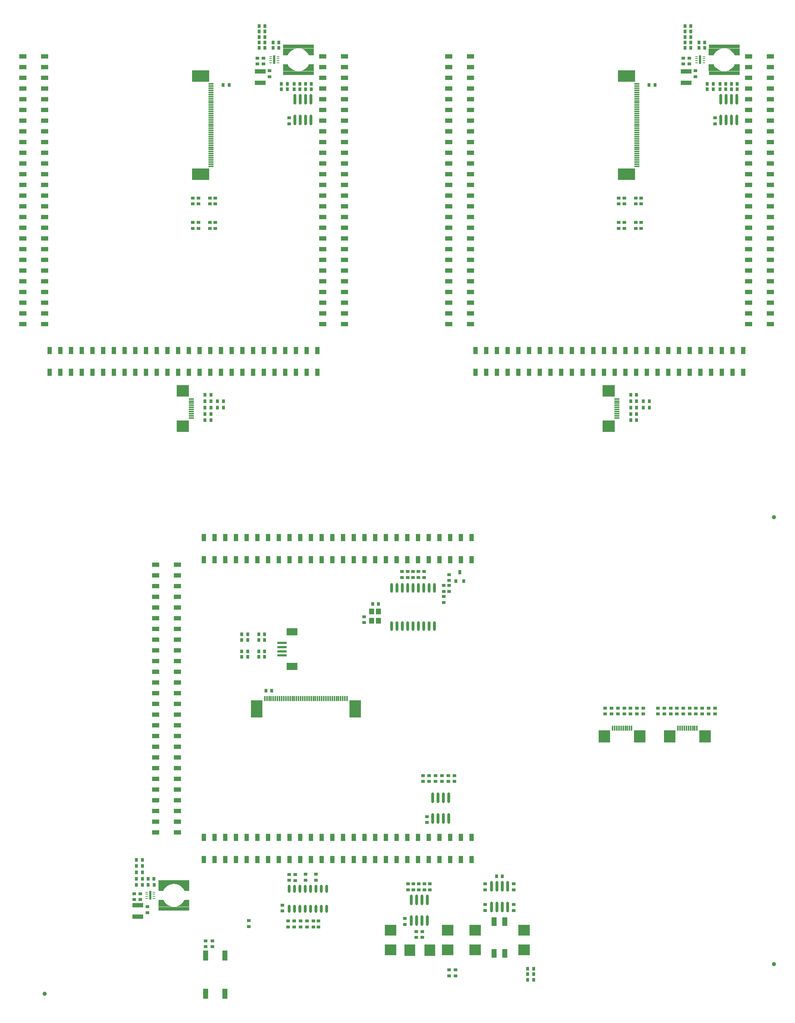
<source format=gbp>
G04 Layer_Color=128*
%FSLAX44Y44*%
%MOMM*%
G71*
G01*
G75*
%ADD10C,1.0000*%
%ADD28R,0.8000X0.9000*%
%ADD29R,1.2000X2.4000*%
%ADD30O,0.7000X2.5000*%
%ADD31O,0.6000X1.9000*%
%ADD32R,0.9000X0.8000*%
%ADD33R,7.3000X0.9500*%
%ADD34R,2.7432X2.6162*%
%ADD35R,1.2000X2.0000*%
%ADD36R,2.6162X2.7432*%
%ADD37R,2.6000X1.1000*%
G04:AMPARAMS|DCode=38|XSize=0.25mm|YSize=0.7mm|CornerRadius=0.0625mm|HoleSize=0mm|Usage=FLASHONLY|Rotation=270.000|XOffset=0mm|YOffset=0mm|HoleType=Round|Shape=RoundedRectangle|*
%AMROUNDEDRECTD38*
21,1,0.2500,0.5750,0,0,270.0*
21,1,0.1250,0.7000,0,0,270.0*
1,1,0.1250,-0.2875,-0.0625*
1,1,0.1250,-0.2875,0.0625*
1,1,0.1250,0.2875,0.0625*
1,1,0.1250,0.2875,-0.0625*
%
%ADD38ROUNDEDRECTD38*%
%ADD39R,0.5600X2.1500*%
%ADD40R,1.1498X1.3995*%
%ADD41R,0.6500X1.1000*%
%ADD42R,0.6500X0.9000*%
%ADD43R,2.2000X0.6000*%
%ADD44R,2.6000X1.8000*%
%ADD45R,1.8034X1.0160*%
%ADD46R,1.8000X1.0000*%
%ADD47R,1.0160X1.8034*%
%ADD48R,1.0000X1.8000*%
%ADD49O,0.6000X2.3000*%
%ADD50R,0.3000X1.2000*%
%ADD51R,2.7000X4.1000*%
%ADD52R,2.7000X3.0000*%
%ADD54R,3.0000X2.7000*%
%ADD55R,1.2000X0.3000*%
%ADD56R,7.3000X0.9500*%
%ADD57R,2.6000X1.1000*%
%ADD58R,4.1000X2.7000*%
G36*
X433500Y236000D02*
X397000D01*
X402000Y236500D01*
X404500Y237000D01*
X406500Y237500D01*
X409500Y239000D01*
X413000Y241000D01*
X416500Y244000D01*
X419000Y247000D01*
X420000Y248500D01*
X422000Y252500D01*
X433500D01*
Y236000D01*
D02*
G37*
G36*
X374000Y248500D02*
X375500Y246500D01*
X377500Y244000D01*
X381000Y241000D01*
X383500Y239500D01*
X385500Y238500D01*
X391500Y236500D01*
X397000Y236000D01*
X360500D01*
Y252500D01*
X372000D01*
X374000Y248500D01*
D02*
G37*
G36*
X433500Y273500D02*
X422000D01*
X420500Y276500D01*
X418500Y279500D01*
X415500Y283000D01*
X411500Y286000D01*
X406500Y288500D01*
X402500Y289500D01*
X397000Y290000D01*
X433500D01*
Y273500D01*
D02*
G37*
G36*
X392000Y289500D02*
X390000Y289000D01*
X388000Y288500D01*
X385500Y287500D01*
X383500Y286500D01*
X381000Y285000D01*
X378500Y283000D01*
X378000Y282500D01*
X376000Y280000D01*
X373500Y276500D01*
X372000Y273500D01*
X360500D01*
Y290000D01*
X397000D01*
X392000Y289500D01*
D02*
G37*
G36*
X1738500Y2272000D02*
Y2255500D01*
X1727000D01*
X1725500Y2258500D01*
X1723500Y2261500D01*
X1720500Y2265000D01*
X1716500Y2268000D01*
X1711500Y2270500D01*
X1707500Y2271500D01*
X1702000Y2272000D01*
X1738500D01*
D02*
G37*
G36*
X1707000Y2218500D02*
X1709500Y2219000D01*
X1711500Y2219500D01*
X1714500Y2221000D01*
X1718000Y2223000D01*
X1721500Y2226000D01*
X1724000Y2229000D01*
X1725000Y2230500D01*
X1727000Y2234500D01*
X1738500D01*
Y2218000D01*
X1702000D01*
X1707000Y2218500D01*
D02*
G37*
G36*
X1702000Y2272000D02*
X1697000Y2271500D01*
X1695000Y2271000D01*
X1693000Y2270500D01*
X1690500Y2269500D01*
X1688500Y2268500D01*
X1686000Y2267000D01*
X1683500Y2265000D01*
X1683000Y2264500D01*
X1681000Y2262000D01*
X1678500Y2258500D01*
X1677000Y2255500D01*
X1665500D01*
Y2272000D01*
X1702000D01*
D02*
G37*
G36*
X1677000Y2234500D02*
X1679000Y2230500D01*
X1680500Y2228500D01*
X1682500Y2226000D01*
X1686000Y2223000D01*
X1688500Y2221500D01*
X1690500Y2220500D01*
X1696500Y2218500D01*
X1702000Y2218000D01*
X1665500D01*
Y2234500D01*
X1677000D01*
D02*
G37*
G36*
X728500Y2272000D02*
Y2255500D01*
X717000D01*
X715500Y2258500D01*
X713500Y2261500D01*
X710500Y2265000D01*
X706500Y2268000D01*
X701500Y2270500D01*
X697500Y2271500D01*
X692000Y2272000D01*
X728500D01*
D02*
G37*
G36*
X697000Y2218500D02*
X699500Y2219000D01*
X701500Y2219500D01*
X704500Y2221000D01*
X708000Y2223000D01*
X711500Y2226000D01*
X714000Y2229000D01*
X715000Y2230500D01*
X717000Y2234500D01*
X728500D01*
Y2218000D01*
X692000D01*
X697000Y2218500D01*
D02*
G37*
G36*
X692000Y2272000D02*
X687000Y2271500D01*
X685000Y2271000D01*
X683000Y2270500D01*
X680500Y2269500D01*
X678500Y2268500D01*
X676000Y2267000D01*
X673500Y2265000D01*
X673000Y2264500D01*
X671000Y2262000D01*
X668500Y2258500D01*
X667000Y2255500D01*
X655500D01*
Y2272000D01*
X692000D01*
D02*
G37*
G36*
X667000Y2234500D02*
X669000Y2230500D01*
X670500Y2228500D01*
X672500Y2226000D01*
X676000Y2223000D01*
X678500Y2221500D01*
X680500Y2220500D01*
X686500Y2218500D01*
X692000Y2218000D01*
X655500D01*
Y2234500D01*
X667000D01*
D02*
G37*
D10*
X90000Y30000D02*
D03*
X1820000Y100000D02*
D03*
Y1160000D02*
D03*
D28*
X307998Y288000D02*
D03*
X321998D02*
D03*
X336002Y288000D02*
D03*
X350002D02*
D03*
X349502Y302500D02*
D03*
X335502D02*
D03*
X322002D02*
D03*
X308002D02*
D03*
Y317500D02*
D03*
X322002D02*
D03*
X321998Y332500D02*
D03*
X307998D02*
D03*
X308002Y347500D02*
D03*
X322002D02*
D03*
X614998Y748500D02*
D03*
X628998D02*
D03*
X611998Y829000D02*
D03*
Y842000D02*
D03*
Y869000D02*
D03*
Y882500D02*
D03*
X597998D02*
D03*
Y869000D02*
D03*
X571998D02*
D03*
Y882500D02*
D03*
X557998D02*
D03*
Y869000D02*
D03*
Y842000D02*
D03*
Y829000D02*
D03*
X571998D02*
D03*
Y842000D02*
D03*
X597998D02*
D03*
Y829000D02*
D03*
X867998Y954000D02*
D03*
X881998D02*
D03*
X514498Y1420000D02*
D03*
Y1435000D02*
D03*
X484502Y1450000D02*
D03*
X470502D02*
D03*
Y1435000D02*
D03*
X484502D02*
D03*
Y1420000D02*
D03*
X470502D02*
D03*
Y1405000D02*
D03*
X484502D02*
D03*
Y1390000D02*
D03*
X470502D02*
D03*
X500499Y1420000D02*
D03*
Y1435000D02*
D03*
X722999Y2175000D02*
D03*
Y2188000D02*
D03*
X646002Y2273000D02*
D03*
Y2286000D02*
D03*
X632002D02*
D03*
Y2273000D02*
D03*
X612999Y2273000D02*
D03*
X613002Y2286000D02*
D03*
Y2299000D02*
D03*
X612999Y2312000D02*
D03*
X651999Y2188000D02*
D03*
X652000Y2175000D02*
D03*
X666000D02*
D03*
X665999Y2188000D02*
D03*
X682000Y2188000D02*
D03*
X682002Y2175000D02*
D03*
X696002D02*
D03*
X708998Y2175000D02*
D03*
Y2188000D02*
D03*
X696000D02*
D03*
X598998Y2273000D02*
D03*
X599002Y2286000D02*
D03*
Y2299000D02*
D03*
X598998Y2312000D02*
D03*
X528002Y2185000D02*
D03*
X514002D02*
D03*
X612999Y2325000D02*
D03*
X598998D02*
D03*
X1480502Y1435000D02*
D03*
X1494502D02*
D03*
Y1420000D02*
D03*
X1480502D02*
D03*
Y1405000D02*
D03*
X1494502D02*
D03*
Y1390000D02*
D03*
X1480502D02*
D03*
X1510499Y1420000D02*
D03*
X1524498D02*
D03*
Y1435000D02*
D03*
X1510499D02*
D03*
X1494502Y1450000D02*
D03*
X1480502D02*
D03*
X1706002Y2175000D02*
D03*
X1718999Y2175000D02*
D03*
Y2188000D02*
D03*
X1706000D02*
D03*
X1732999D02*
D03*
Y2175000D02*
D03*
X1656002Y2273000D02*
D03*
Y2286000D02*
D03*
X1642002D02*
D03*
Y2273000D02*
D03*
X1622999Y2273000D02*
D03*
X1623002Y2286000D02*
D03*
Y2299000D02*
D03*
X1622999Y2312000D02*
D03*
X1608999D02*
D03*
X1609002Y2299000D02*
D03*
Y2286000D02*
D03*
X1608999Y2273000D02*
D03*
X1661998Y2188000D02*
D03*
X1662000Y2175000D02*
D03*
X1676000D02*
D03*
X1675999Y2188000D02*
D03*
X1692000Y2188000D02*
D03*
X1692002Y2175000D02*
D03*
X1538002Y2185000D02*
D03*
X1524002D02*
D03*
X1608999Y2325000D02*
D03*
X1622999D02*
D03*
X1176002Y308000D02*
D03*
X1162002D02*
D03*
X1236002Y89000D02*
D03*
Y76000D02*
D03*
Y63000D02*
D03*
X1250002D02*
D03*
Y76000D02*
D03*
Y89000D02*
D03*
D29*
X472500Y30000D02*
D03*
X517500D02*
D03*
Y120000D02*
D03*
X472500D02*
D03*
D30*
X959950Y203500D02*
D03*
X972650D02*
D03*
X985350D02*
D03*
X998050D02*
D03*
X1149950Y235500D02*
D03*
X1162650D02*
D03*
X1175350D02*
D03*
X1188050D02*
D03*
Y284500D02*
D03*
X1175350D02*
D03*
X1162650D02*
D03*
X1049046Y445503D02*
D03*
X1149950Y284500D02*
D03*
X1036346Y445503D02*
D03*
X1023646D02*
D03*
X1010946D02*
D03*
X998050Y252500D02*
D03*
X985350D02*
D03*
X972650D02*
D03*
X959950D02*
D03*
X1049046Y494502D02*
D03*
X1036346D02*
D03*
X1023646D02*
D03*
X1010946D02*
D03*
X1706650Y2102500D02*
D03*
X1719350D02*
D03*
X1732050D02*
D03*
Y2151500D02*
D03*
X1719350D02*
D03*
X1706650D02*
D03*
X1693950D02*
D03*
Y2102500D02*
D03*
X722050D02*
D03*
Y2151500D02*
D03*
X709350D02*
D03*
X696650D02*
D03*
X683950D02*
D03*
Y2102500D02*
D03*
X696650D02*
D03*
X709350D02*
D03*
D31*
X670550Y231500D02*
D03*
X683250D02*
D03*
X695950D02*
D03*
X708650D02*
D03*
X721350D02*
D03*
X734050D02*
D03*
X746750D02*
D03*
X759450D02*
D03*
Y278500D02*
D03*
X746750D02*
D03*
X734050D02*
D03*
X721350D02*
D03*
X708650D02*
D03*
X695950D02*
D03*
X683250D02*
D03*
X670550D02*
D03*
D32*
X334000Y222002D02*
D03*
Y236002D02*
D03*
X472000Y141002D02*
D03*
X488000Y140998D02*
D03*
X575000Y188998D02*
D03*
Y202998D02*
D03*
X667500Y201998D02*
D03*
Y187998D02*
D03*
X682500D02*
D03*
Y201998D02*
D03*
X697500D02*
D03*
Y187998D02*
D03*
X712500D02*
D03*
Y201998D02*
D03*
X654000Y225998D02*
D03*
Y239998D02*
D03*
X727500Y202002D02*
D03*
X740000D02*
D03*
Y188002D02*
D03*
X727500D02*
D03*
X734000Y298998D02*
D03*
Y312998D02*
D03*
X709000D02*
D03*
Y298998D02*
D03*
X685000Y297998D02*
D03*
Y311998D02*
D03*
X670290Y312752D02*
D03*
Y298752D02*
D03*
X488000Y154998D02*
D03*
X472000Y155002D02*
D03*
X317000Y252998D02*
D03*
Y266998D02*
D03*
X302500Y266998D02*
D03*
Y252998D02*
D03*
X945000Y208002D02*
D03*
Y194002D02*
D03*
X972000Y176998D02*
D03*
Y162998D02*
D03*
X986000D02*
D03*
Y176998D02*
D03*
X1050000Y86002D02*
D03*
Y72002D02*
D03*
X1065000D02*
D03*
Y86002D02*
D03*
X1203000Y226998D02*
D03*
Y240998D02*
D03*
Y275998D02*
D03*
Y289998D02*
D03*
X1135000D02*
D03*
Y275998D02*
D03*
X1135000Y241002D02*
D03*
Y227002D02*
D03*
X1004000Y276002D02*
D03*
X991000Y275998D02*
D03*
X978000D02*
D03*
X965000Y276002D02*
D03*
X952000D02*
D03*
Y290002D02*
D03*
X965000D02*
D03*
X978000Y289998D02*
D03*
X991000D02*
D03*
X1004000Y290002D02*
D03*
X997000Y436000D02*
D03*
Y450000D02*
D03*
X1047500Y532998D02*
D03*
Y546998D02*
D03*
X1062500D02*
D03*
Y532998D02*
D03*
X1032500D02*
D03*
Y546998D02*
D03*
X1017500D02*
D03*
Y532998D02*
D03*
X1002500D02*
D03*
Y546998D02*
D03*
X987500D02*
D03*
Y532998D02*
D03*
X1420000Y693002D02*
D03*
Y707002D02*
D03*
X1435000D02*
D03*
Y693002D02*
D03*
X1450000D02*
D03*
Y707002D02*
D03*
X1465000D02*
D03*
Y693002D02*
D03*
X1480000D02*
D03*
Y707002D02*
D03*
X1495000Y706998D02*
D03*
Y692998D02*
D03*
X1510000D02*
D03*
Y706998D02*
D03*
X1545000Y707002D02*
D03*
Y693002D02*
D03*
X1560000D02*
D03*
Y707002D02*
D03*
X1575000D02*
D03*
Y693002D02*
D03*
X1590000D02*
D03*
Y707002D02*
D03*
X1605000D02*
D03*
Y693002D02*
D03*
X1620000D02*
D03*
Y707002D02*
D03*
X1635000D02*
D03*
Y693002D02*
D03*
X1650000D02*
D03*
Y707002D02*
D03*
X1665000D02*
D03*
Y693002D02*
D03*
X1680000D02*
D03*
Y707002D02*
D03*
X1050000Y1024000D02*
D03*
Y1010000D02*
D03*
X1050000Y997998D02*
D03*
Y983998D02*
D03*
X990000Y1016998D02*
D03*
X977000D02*
D03*
X964000D02*
D03*
X951000D02*
D03*
X938000D02*
D03*
Y1030998D02*
D03*
X951000D02*
D03*
X964000D02*
D03*
X977000D02*
D03*
X990000D02*
D03*
X1037000Y997998D02*
D03*
Y983998D02*
D03*
Y971998D02*
D03*
Y957998D02*
D03*
X848000Y923998D02*
D03*
Y909998D02*
D03*
X1492000Y1844998D02*
D03*
X1505000D02*
D03*
Y1858998D02*
D03*
X1492000D02*
D03*
Y1902998D02*
D03*
X1505000D02*
D03*
Y1916998D02*
D03*
X1492000D02*
D03*
X1680004Y2092997D02*
D03*
Y2106997D02*
D03*
X1634000Y2205002D02*
D03*
Y2219001D02*
D03*
X1619000Y2234998D02*
D03*
Y2248998D02*
D03*
X1605000D02*
D03*
Y2234998D02*
D03*
X1465000Y1916998D02*
D03*
X1452000D02*
D03*
Y1902998D02*
D03*
X1465000D02*
D03*
X1465000Y1858998D02*
D03*
X1452000D02*
D03*
Y1844998D02*
D03*
X1465000D02*
D03*
X624000Y2219001D02*
D03*
Y2205002D02*
D03*
X670004Y2106997D02*
D03*
Y2092997D02*
D03*
X609000Y2234998D02*
D03*
Y2248998D02*
D03*
X595000D02*
D03*
Y2234998D02*
D03*
X495000Y1916998D02*
D03*
X482000D02*
D03*
Y1902998D02*
D03*
X495000D02*
D03*
X455000D02*
D03*
X442000D02*
D03*
Y1916998D02*
D03*
X455000D02*
D03*
X455000Y1858998D02*
D03*
X442000D02*
D03*
Y1844998D02*
D03*
X455000D02*
D03*
X482000D02*
D03*
X495000D02*
D03*
Y1858998D02*
D03*
X482000D02*
D03*
D33*
X397000Y231250D02*
D03*
Y294750D02*
D03*
D34*
X911000Y133505D02*
D03*
Y180495D02*
D03*
X1046000Y133505D02*
D03*
X1111000D02*
D03*
X1227000D02*
D03*
Y180495D02*
D03*
X1111000D02*
D03*
X1046000D02*
D03*
D35*
X1156300Y125500D02*
D03*
X1181700D02*
D03*
Y200500D02*
D03*
X1156300D02*
D03*
D36*
X956505Y133000D02*
D03*
X1003495D02*
D03*
D37*
X311000Y212500D02*
D03*
Y239500D02*
D03*
D38*
X332250Y255500D02*
D03*
Y260500D02*
D03*
Y265500D02*
D03*
Y270500D02*
D03*
X349750D02*
D03*
Y265500D02*
D03*
Y260500D02*
D03*
Y255500D02*
D03*
X1636250Y2237500D02*
D03*
Y2242500D02*
D03*
Y2247500D02*
D03*
Y2252500D02*
D03*
X1653750D02*
D03*
Y2247500D02*
D03*
Y2242500D02*
D03*
Y2237500D02*
D03*
X643750D02*
D03*
Y2242500D02*
D03*
Y2247500D02*
D03*
Y2252500D02*
D03*
X626250D02*
D03*
Y2247500D02*
D03*
Y2242500D02*
D03*
Y2237500D02*
D03*
D39*
X341000Y263000D02*
D03*
X1645000Y2245000D02*
D03*
X635000D02*
D03*
D40*
X865999Y914002D02*
D03*
X882001D02*
D03*
Y935998D02*
D03*
X865999D02*
D03*
D41*
X1075000Y1029375D02*
D03*
D42*
X1065500Y1008625D02*
D03*
X1084500D02*
D03*
D43*
X653000Y832000D02*
D03*
Y842000D02*
D03*
Y852000D02*
D03*
Y862000D02*
D03*
D44*
X677000Y806000D02*
D03*
Y888000D02*
D03*
D45*
X353401Y412602D02*
D03*
Y438002D02*
D03*
Y463402D02*
D03*
X405401D02*
D03*
Y438002D02*
D03*
Y488802D02*
D03*
Y514202D02*
D03*
Y539602D02*
D03*
Y565002D02*
D03*
Y590402D02*
D03*
Y615802D02*
D03*
Y641202D02*
D03*
Y666602D02*
D03*
Y692002D02*
D03*
Y717402D02*
D03*
Y742802D02*
D03*
Y768202D02*
D03*
Y793602D02*
D03*
Y819002D02*
D03*
Y844402D02*
D03*
Y869802D02*
D03*
Y895202D02*
D03*
Y920602D02*
D03*
Y946002D02*
D03*
Y971402D02*
D03*
Y996802D02*
D03*
Y1022202D02*
D03*
Y1047602D02*
D03*
X353401D02*
D03*
Y1022202D02*
D03*
Y996802D02*
D03*
Y971402D02*
D03*
Y946002D02*
D03*
Y920602D02*
D03*
Y895202D02*
D03*
Y869802D02*
D03*
Y844402D02*
D03*
Y819002D02*
D03*
Y793602D02*
D03*
Y768202D02*
D03*
Y742802D02*
D03*
Y717402D02*
D03*
Y692002D02*
D03*
Y666602D02*
D03*
Y641202D02*
D03*
Y615802D02*
D03*
Y590402D02*
D03*
Y565002D02*
D03*
Y539602D02*
D03*
Y514202D02*
D03*
Y488802D02*
D03*
X1048400Y1618299D02*
D03*
Y1643699D02*
D03*
X1100400D02*
D03*
Y1669099D02*
D03*
Y1694499D02*
D03*
Y1719899D02*
D03*
Y1745299D02*
D03*
X1048400D02*
D03*
Y1719899D02*
D03*
Y1694499D02*
D03*
Y1669099D02*
D03*
Y1770699D02*
D03*
Y1796099D02*
D03*
Y1821499D02*
D03*
Y1846899D02*
D03*
Y1872299D02*
D03*
X1100400D02*
D03*
Y1846899D02*
D03*
Y1821499D02*
D03*
Y1796099D02*
D03*
Y1770699D02*
D03*
Y1897699D02*
D03*
Y1923099D02*
D03*
Y1948499D02*
D03*
Y1973899D02*
D03*
X1048400D02*
D03*
Y1948499D02*
D03*
Y1923099D02*
D03*
Y1897699D02*
D03*
Y1999299D02*
D03*
Y2024699D02*
D03*
Y2050099D02*
D03*
Y2075499D02*
D03*
X1100400D02*
D03*
Y2050099D02*
D03*
Y2024699D02*
D03*
Y1999299D02*
D03*
Y2100899D02*
D03*
Y2126299D02*
D03*
Y2151699D02*
D03*
Y2177099D02*
D03*
Y2202499D02*
D03*
X1048400D02*
D03*
Y2177099D02*
D03*
Y2151699D02*
D03*
Y2126299D02*
D03*
Y2100899D02*
D03*
Y2227899D02*
D03*
Y2253299D02*
D03*
X1100400D02*
D03*
Y2227899D02*
D03*
X801600Y2227902D02*
D03*
Y2253302D02*
D03*
X749600D02*
D03*
Y2227902D02*
D03*
Y2202502D02*
D03*
Y2177102D02*
D03*
Y2151702D02*
D03*
Y2126302D02*
D03*
Y2100902D02*
D03*
X801600D02*
D03*
Y2126302D02*
D03*
Y2151702D02*
D03*
Y2177102D02*
D03*
Y2202502D02*
D03*
Y2075502D02*
D03*
Y2050102D02*
D03*
Y2024702D02*
D03*
Y1999302D02*
D03*
X749600D02*
D03*
Y2024702D02*
D03*
Y2050102D02*
D03*
Y2075502D02*
D03*
Y1973902D02*
D03*
Y1948502D02*
D03*
Y1923102D02*
D03*
Y1897702D02*
D03*
X801600D02*
D03*
Y1923102D02*
D03*
Y1948502D02*
D03*
Y1973902D02*
D03*
Y1872302D02*
D03*
Y1846902D02*
D03*
Y1821502D02*
D03*
Y1796102D02*
D03*
Y1770702D02*
D03*
X749600D02*
D03*
Y1796102D02*
D03*
Y1821502D02*
D03*
Y1846902D02*
D03*
Y1872302D02*
D03*
Y1745302D02*
D03*
Y1719902D02*
D03*
Y1694502D02*
D03*
Y1669102D02*
D03*
X801600D02*
D03*
Y1694502D02*
D03*
Y1719902D02*
D03*
Y1745302D02*
D03*
Y1643702D02*
D03*
X749600D02*
D03*
Y1618302D02*
D03*
X90400Y2227899D02*
D03*
Y2253299D02*
D03*
Y2202499D02*
D03*
Y2177099D02*
D03*
Y2151699D02*
D03*
Y2126299D02*
D03*
Y2100899D02*
D03*
Y2075499D02*
D03*
Y2050099D02*
D03*
Y2024699D02*
D03*
Y1999299D02*
D03*
Y1973899D02*
D03*
Y1948499D02*
D03*
Y1923099D02*
D03*
Y1897699D02*
D03*
Y1872299D02*
D03*
Y1846899D02*
D03*
Y1821499D02*
D03*
Y1796099D02*
D03*
Y1770699D02*
D03*
Y1745299D02*
D03*
Y1719899D02*
D03*
Y1694499D02*
D03*
Y1669099D02*
D03*
Y1643699D02*
D03*
X38400Y1669099D02*
D03*
Y1694499D02*
D03*
Y1719899D02*
D03*
Y1745299D02*
D03*
Y1643699D02*
D03*
Y1618299D02*
D03*
Y1770699D02*
D03*
Y1796099D02*
D03*
Y1821499D02*
D03*
Y1846899D02*
D03*
Y1872299D02*
D03*
Y1897699D02*
D03*
Y1923099D02*
D03*
Y1948499D02*
D03*
Y1973899D02*
D03*
Y1999299D02*
D03*
Y2024699D02*
D03*
Y2050099D02*
D03*
Y2075499D02*
D03*
Y2100899D02*
D03*
Y2126299D02*
D03*
Y2151699D02*
D03*
Y2177099D02*
D03*
Y2202499D02*
D03*
Y2227899D02*
D03*
Y2253299D02*
D03*
X1759600Y1643702D02*
D03*
Y1618302D02*
D03*
X1811600Y1643702D02*
D03*
Y1669102D02*
D03*
Y1694502D02*
D03*
Y1719902D02*
D03*
Y1745302D02*
D03*
Y1770702D02*
D03*
Y1796102D02*
D03*
Y1821502D02*
D03*
Y1846902D02*
D03*
Y1872302D02*
D03*
Y1897702D02*
D03*
Y1923102D02*
D03*
Y1948502D02*
D03*
Y1973902D02*
D03*
Y1999302D02*
D03*
Y2024702D02*
D03*
Y2050102D02*
D03*
Y2075502D02*
D03*
Y2100902D02*
D03*
Y2126302D02*
D03*
Y2151702D02*
D03*
Y2177102D02*
D03*
Y2202502D02*
D03*
Y2227902D02*
D03*
Y2253302D02*
D03*
X1759600D02*
D03*
Y2227902D02*
D03*
Y2202502D02*
D03*
Y2177102D02*
D03*
Y2151702D02*
D03*
Y2126302D02*
D03*
Y2100902D02*
D03*
Y2075502D02*
D03*
Y2050102D02*
D03*
Y2024702D02*
D03*
Y1999302D02*
D03*
Y1973902D02*
D03*
Y1948502D02*
D03*
Y1923102D02*
D03*
Y1897702D02*
D03*
Y1872302D02*
D03*
Y1846902D02*
D03*
Y1821502D02*
D03*
Y1796102D02*
D03*
Y1770702D02*
D03*
Y1745302D02*
D03*
Y1719902D02*
D03*
Y1694502D02*
D03*
Y1669102D02*
D03*
D46*
X405401Y412602D02*
D03*
X1100400Y1618299D02*
D03*
X801600Y1618302D02*
D03*
X90400Y1618299D02*
D03*
X1811600Y1618302D02*
D03*
D47*
X493702Y348400D02*
D03*
X519102D02*
D03*
X544502D02*
D03*
X569902D02*
D03*
X595302D02*
D03*
X620702D02*
D03*
X646102D02*
D03*
X671502D02*
D03*
X696902D02*
D03*
X722302D02*
D03*
X747702D02*
D03*
X773102D02*
D03*
X798502D02*
D03*
X823902D02*
D03*
X849302D02*
D03*
X874702D02*
D03*
X900102D02*
D03*
X925502D02*
D03*
X950902D02*
D03*
X976302D02*
D03*
X1001702D02*
D03*
X1027102D02*
D03*
X1052502D02*
D03*
X1077902D02*
D03*
X1103302D02*
D03*
Y400400D02*
D03*
X1077902D02*
D03*
X1052502D02*
D03*
X1027102D02*
D03*
X1001702D02*
D03*
X976302D02*
D03*
X950902D02*
D03*
X925502D02*
D03*
X900102D02*
D03*
X874702D02*
D03*
X849302D02*
D03*
X823902D02*
D03*
X798502D02*
D03*
X773102D02*
D03*
X747702D02*
D03*
X722302D02*
D03*
X696902D02*
D03*
X671502D02*
D03*
X646102D02*
D03*
X620702D02*
D03*
X595302D02*
D03*
X569902D02*
D03*
X544502D02*
D03*
X519102D02*
D03*
X493702D02*
D03*
X468302D02*
D03*
X1052499Y1059600D02*
D03*
X1077899D02*
D03*
X1103299D02*
D03*
Y1111600D02*
D03*
X1077899D02*
D03*
X1052499D02*
D03*
X1027099D02*
D03*
X1001699D02*
D03*
X976299D02*
D03*
X950899D02*
D03*
Y1059600D02*
D03*
X976299D02*
D03*
X1001699D02*
D03*
X1027099D02*
D03*
X925499D02*
D03*
X900099D02*
D03*
X874699D02*
D03*
X849299D02*
D03*
Y1111600D02*
D03*
X874699D02*
D03*
X900099D02*
D03*
X925499D02*
D03*
X823899D02*
D03*
X798499D02*
D03*
X773099D02*
D03*
X747699D02*
D03*
X722299D02*
D03*
Y1059600D02*
D03*
X747699D02*
D03*
X773099D02*
D03*
X798499D02*
D03*
X823899D02*
D03*
X696899D02*
D03*
X671499D02*
D03*
X646099D02*
D03*
X620699D02*
D03*
Y1111600D02*
D03*
X646099D02*
D03*
X671499D02*
D03*
X696899D02*
D03*
X595299D02*
D03*
X569899D02*
D03*
X544499D02*
D03*
X519099D02*
D03*
Y1059600D02*
D03*
X544499D02*
D03*
X569899D02*
D03*
X595299D02*
D03*
X493699D02*
D03*
Y1111600D02*
D03*
X468299D02*
D03*
X737398Y1503401D02*
D03*
X711998Y1555401D02*
D03*
X686598D02*
D03*
X661198D02*
D03*
X635798D02*
D03*
Y1503401D02*
D03*
X661198D02*
D03*
X686598D02*
D03*
X711998D02*
D03*
X610398Y1555401D02*
D03*
X584998D02*
D03*
X559598D02*
D03*
X534198D02*
D03*
X508798D02*
D03*
Y1503401D02*
D03*
X534198D02*
D03*
X559598D02*
D03*
X584998D02*
D03*
X610398D02*
D03*
X483398Y1555401D02*
D03*
X457998D02*
D03*
X432598D02*
D03*
X407198D02*
D03*
Y1503401D02*
D03*
X432598D02*
D03*
X457998D02*
D03*
X483398D02*
D03*
X381798Y1555401D02*
D03*
X356398D02*
D03*
X330998D02*
D03*
X305598D02*
D03*
Y1503401D02*
D03*
X330998D02*
D03*
X356398D02*
D03*
X381798D02*
D03*
X280198Y1555401D02*
D03*
X254798D02*
D03*
X229398D02*
D03*
X203998D02*
D03*
X178598D02*
D03*
Y1503401D02*
D03*
X203998D02*
D03*
X229398D02*
D03*
X254798D02*
D03*
X280198D02*
D03*
X153198Y1555401D02*
D03*
X127798D02*
D03*
X102398D02*
D03*
Y1503401D02*
D03*
X127798D02*
D03*
X153198D02*
D03*
X1112398D02*
D03*
X1137798D02*
D03*
X1163198D02*
D03*
X1188598D02*
D03*
X1213998D02*
D03*
X1239398D02*
D03*
X1264798D02*
D03*
X1290198D02*
D03*
X1315598D02*
D03*
X1340998D02*
D03*
X1366398D02*
D03*
X1391798D02*
D03*
X1417198D02*
D03*
X1442598D02*
D03*
X1467998D02*
D03*
X1493398D02*
D03*
X1518798D02*
D03*
X1544198D02*
D03*
X1569598D02*
D03*
X1594998D02*
D03*
X1620398D02*
D03*
X1645798D02*
D03*
X1671198D02*
D03*
X1696598D02*
D03*
X1721998D02*
D03*
X1747398D02*
D03*
X1721998Y1555401D02*
D03*
X1696598D02*
D03*
X1671198D02*
D03*
X1645798D02*
D03*
X1620398D02*
D03*
X1594998D02*
D03*
X1569598D02*
D03*
X1544198D02*
D03*
X1518798D02*
D03*
X1493398D02*
D03*
X1467998D02*
D03*
X1442598D02*
D03*
X1417198D02*
D03*
X1391798D02*
D03*
X1366398D02*
D03*
X1340998D02*
D03*
X1315598D02*
D03*
X1290198D02*
D03*
X1264798D02*
D03*
X1239398D02*
D03*
X1213998D02*
D03*
X1188598D02*
D03*
X1163198D02*
D03*
X1137798D02*
D03*
X1112398D02*
D03*
D48*
X468302Y348400D02*
D03*
X468299Y1059600D02*
D03*
X737398Y1555401D02*
D03*
X1747398D02*
D03*
D49*
X913200Y901500D02*
D03*
X925900D02*
D03*
X938600D02*
D03*
X951300D02*
D03*
X964000D02*
D03*
X976700D02*
D03*
X989400D02*
D03*
X1002100D02*
D03*
X1014800D02*
D03*
Y992500D02*
D03*
X1002100D02*
D03*
X989400D02*
D03*
X976700D02*
D03*
X964000D02*
D03*
X951300D02*
D03*
X938600D02*
D03*
X925900D02*
D03*
X913200D02*
D03*
D50*
X612500Y729900D02*
D03*
X617501D02*
D03*
X622500D02*
D03*
X627501D02*
D03*
X632500D02*
D03*
X637501D02*
D03*
X642499D02*
D03*
X647501D02*
D03*
X652499D02*
D03*
X657501D02*
D03*
X662499D02*
D03*
X667501D02*
D03*
X672499D02*
D03*
X677501D02*
D03*
X682499D02*
D03*
X687501D02*
D03*
X692499D02*
D03*
X697501D02*
D03*
X702499D02*
D03*
X707501D02*
D03*
X712499D02*
D03*
X717501D02*
D03*
X722499D02*
D03*
X727501D02*
D03*
X732499D02*
D03*
X737501D02*
D03*
X742499D02*
D03*
X747501D02*
D03*
X752499D02*
D03*
X757501D02*
D03*
X762499D02*
D03*
X767501D02*
D03*
X772499D02*
D03*
X777501D02*
D03*
X782499D02*
D03*
X787501D02*
D03*
X792499D02*
D03*
X797501D02*
D03*
X802499D02*
D03*
X807500D02*
D03*
X1437500Y659900D02*
D03*
X1442500D02*
D03*
X1447500D02*
D03*
X1452500D02*
D03*
X1457500D02*
D03*
X1462500D02*
D03*
X1467500D02*
D03*
X1472500D02*
D03*
X1477500D02*
D03*
X1482500D02*
D03*
X1592500D02*
D03*
X1597500D02*
D03*
X1602500D02*
D03*
X1607500D02*
D03*
X1612500D02*
D03*
X1617500D02*
D03*
X1622500D02*
D03*
X1627500D02*
D03*
X1632500D02*
D03*
X1637500D02*
D03*
D51*
X593201Y705000D02*
D03*
X826799D02*
D03*
D52*
X1418200Y640100D02*
D03*
X1501800D02*
D03*
X1573200D02*
D03*
X1656800D02*
D03*
D54*
X418101Y1376200D02*
D03*
Y1459800D02*
D03*
X1428100Y1376200D02*
D03*
Y1459800D02*
D03*
D55*
X437900Y1395500D02*
D03*
Y1400500D02*
D03*
Y1405500D02*
D03*
Y1410500D02*
D03*
Y1415500D02*
D03*
Y1420500D02*
D03*
Y1425500D02*
D03*
Y1430500D02*
D03*
Y1435500D02*
D03*
Y1440500D02*
D03*
X484900Y1992499D02*
D03*
Y1997501D02*
D03*
Y2002499D02*
D03*
Y2007501D02*
D03*
Y2012499D02*
D03*
Y2017501D02*
D03*
Y2022499D02*
D03*
Y2027501D02*
D03*
Y2032499D02*
D03*
Y2037501D02*
D03*
Y2042499D02*
D03*
Y2047501D02*
D03*
Y2052499D02*
D03*
Y2057501D02*
D03*
Y2062499D02*
D03*
Y2067500D02*
D03*
Y2072499D02*
D03*
Y2077500D02*
D03*
Y2082499D02*
D03*
Y2087500D02*
D03*
Y2092499D02*
D03*
Y2097500D02*
D03*
Y2102499D02*
D03*
Y2107500D02*
D03*
Y2112499D02*
D03*
Y2117500D02*
D03*
Y2122499D02*
D03*
Y2127500D02*
D03*
Y2132499D02*
D03*
Y2137500D02*
D03*
Y2142499D02*
D03*
Y2147500D02*
D03*
Y2152499D02*
D03*
Y2157500D02*
D03*
Y2162499D02*
D03*
Y2167500D02*
D03*
Y2172499D02*
D03*
Y2177500D02*
D03*
Y2182499D02*
D03*
Y2187500D02*
D03*
X1447900Y1440500D02*
D03*
Y1435500D02*
D03*
Y1430500D02*
D03*
Y1425500D02*
D03*
Y1420500D02*
D03*
Y1415500D02*
D03*
Y1410500D02*
D03*
Y1405500D02*
D03*
Y1400500D02*
D03*
Y1395500D02*
D03*
X1494900Y1992499D02*
D03*
Y1997501D02*
D03*
Y2002499D02*
D03*
Y2007501D02*
D03*
Y2012499D02*
D03*
Y2017501D02*
D03*
Y2022499D02*
D03*
Y2027501D02*
D03*
Y2032499D02*
D03*
Y2037501D02*
D03*
Y2042499D02*
D03*
Y2047501D02*
D03*
Y2052499D02*
D03*
Y2057501D02*
D03*
Y2062499D02*
D03*
Y2067500D02*
D03*
Y2072499D02*
D03*
Y2077500D02*
D03*
Y2082499D02*
D03*
Y2087500D02*
D03*
Y2092499D02*
D03*
Y2097500D02*
D03*
Y2102499D02*
D03*
Y2107500D02*
D03*
Y2112499D02*
D03*
Y2117500D02*
D03*
Y2122499D02*
D03*
Y2127500D02*
D03*
Y2132499D02*
D03*
Y2137500D02*
D03*
Y2142499D02*
D03*
Y2147500D02*
D03*
Y2152499D02*
D03*
Y2157500D02*
D03*
Y2162499D02*
D03*
Y2167500D02*
D03*
Y2172499D02*
D03*
Y2177500D02*
D03*
Y2182499D02*
D03*
Y2187500D02*
D03*
D56*
X1702000Y2213250D02*
D03*
Y2276750D02*
D03*
X692000D02*
D03*
Y2213250D02*
D03*
D57*
X1612000Y2190500D02*
D03*
Y2217500D02*
D03*
X602000D02*
D03*
Y2190500D02*
D03*
D58*
X1470000Y1973201D02*
D03*
Y2206799D02*
D03*
X460000D02*
D03*
Y1973201D02*
D03*
M02*

</source>
